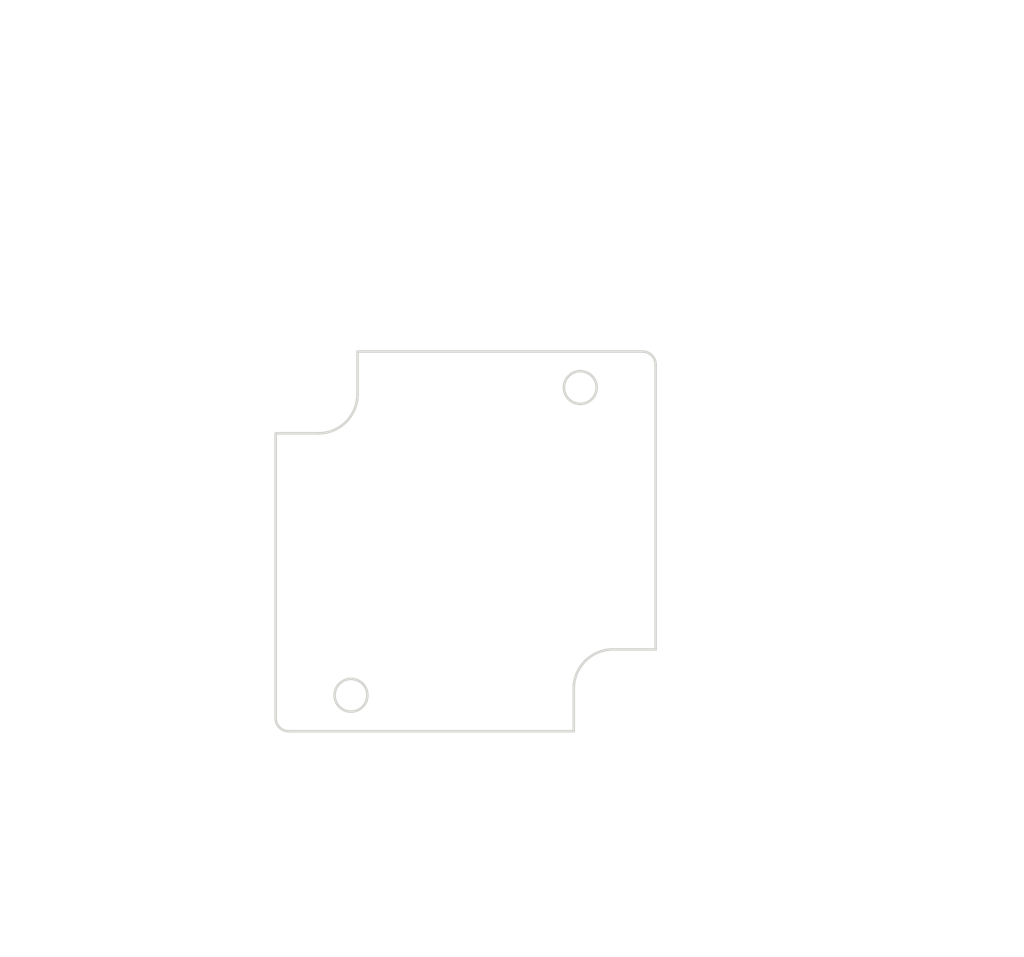
<source format=kicad_pcb>
(kicad_pcb (version 20171130) (host pcbnew "(5.1.0)-1")

  (general
    (thickness 1.6)
    (drawings 71)
    (tracks 0)
    (zones 0)
    (modules 0)
    (nets 1)
  )

  (page A4)
  (layers
    (0 F.Cu signal)
    (31 B.Cu signal)
    (32 B.Adhes user)
    (33 F.Adhes user)
    (34 B.Paste user)
    (35 F.Paste user)
    (36 B.SilkS user)
    (37 F.SilkS user)
    (38 B.Mask user)
    (39 F.Mask user)
    (40 Dwgs.User user)
    (41 Cmts.User user)
    (42 Eco1.User user)
    (43 Eco2.User user)
    (44 Edge.Cuts user)
    (45 Margin user)
    (46 B.CrtYd user)
    (47 F.CrtYd user)
    (48 B.Fab user)
    (49 F.Fab user)
  )

  (setup
    (last_trace_width 0.25)
    (trace_clearance 0.2)
    (zone_clearance 0.508)
    (zone_45_only no)
    (trace_min 0.2)
    (via_size 0.8)
    (via_drill 0.4)
    (via_min_size 0.4)
    (via_min_drill 0.3)
    (uvia_size 0.3)
    (uvia_drill 0.1)
    (uvias_allowed no)
    (uvia_min_size 0.2)
    (uvia_min_drill 0.1)
    (edge_width 0.05)
    (segment_width 0.2)
    (pcb_text_width 0.3)
    (pcb_text_size 1.5 1.5)
    (mod_edge_width 0.12)
    (mod_text_size 1 1)
    (mod_text_width 0.15)
    (pad_size 1.524 1.524)
    (pad_drill 0.762)
    (pad_to_mask_clearance 0.051)
    (solder_mask_min_width 0.25)
    (aux_axis_origin 0 0)
    (visible_elements FFFFFF7F)
    (pcbplotparams
      (layerselection 0x010fc_ffffffff)
      (usegerberextensions false)
      (usegerberattributes false)
      (usegerberadvancedattributes false)
      (creategerberjobfile false)
      (excludeedgelayer true)
      (linewidth 0.152400)
      (plotframeref false)
      (viasonmask false)
      (mode 1)
      (useauxorigin false)
      (hpglpennumber 1)
      (hpglpenspeed 20)
      (hpglpendiameter 15.000000)
      (psnegative false)
      (psa4output false)
      (plotreference true)
      (plotvalue true)
      (plotinvisibletext false)
      (padsonsilk false)
      (subtractmaskfromsilk false)
      (outputformat 1)
      (mirror false)
      (drillshape 1)
      (scaleselection 1)
      (outputdirectory ""))
  )

  (net 0 "")

  (net_class Default "This is the default net class."
    (clearance 0.2)
    (trace_width 0.25)
    (via_dia 0.8)
    (via_drill 0.4)
    (uvia_dia 0.3)
    (uvia_drill 0.1)
  )

  (gr_line (start 155.168012 103.184606) (end 133.418012 103.184606) (layer Edge.Cuts) (width 0.2))
  (gr_arc (start 133.418012 102.184606) (end 132.418012 102.184606) (angle -90) (layer Edge.Cuts) (width 0.2))
  (gr_line (start 132.418012 102.184606) (end 132.418012 80.434606) (layer Edge.Cuts) (width 0.2))
  (gr_line (start 132.418012 80.434606) (end 135.668012 80.434606) (layer Edge.Cuts) (width 0.2))
  (gr_arc (start 135.668012 77.434606) (end 135.668012 80.434606) (angle -90) (layer Edge.Cuts) (width 0.2))
  (gr_line (start 138.668012 77.434606) (end 138.668012 74.184606) (layer Edge.Cuts) (width 0.2))
  (gr_line (start 138.668012 74.184606) (end 160.418012 74.184606) (layer Edge.Cuts) (width 0.2))
  (gr_arc (start 160.418012 75.184606) (end 161.418012 75.184606) (angle -90) (layer Edge.Cuts) (width 0.2))
  (gr_line (start 161.418012 75.184606) (end 161.418012 96.934606) (layer Edge.Cuts) (width 0.2))
  (gr_line (start 161.418012 96.934606) (end 158.168012 96.934606) (layer Edge.Cuts) (width 0.2))
  (gr_arc (start 158.168012 99.934606) (end 158.168012 96.934606) (angle -90) (layer Edge.Cuts) (width 0.2))
  (gr_line (start 155.168012 99.934606) (end 155.168012 103.184606) (layer Edge.Cuts) (width 0.2))
  (gr_circle (center 155.668012 76.934606) (end 156.918012 76.934606) (layer Edge.Cuts) (width 0.2))
  (gr_circle (center 138.168012 100.434606) (end 139.418012 100.434606) (layer Edge.Cuts) (width 0.2))
  (gr_text [.90] (at 176.920546 87.449067) (layer Dwgs.User)
    (effects (font (size 1.7 1.53) (thickness 0.2125)))
  )
  (gr_text " 22.75" (at 176.920546 83.891632) (layer Dwgs.User)
    (effects (font (size 1.7 1.53) (thickness 0.2125)))
  )
  (gr_line (start 176.920546 94.934606) (end 176.920546 89.117041) (layer Dwgs.User) (width 0.2))
  (gr_line (start 176.920546 76.184606) (end 176.920546 82.002171) (layer Dwgs.User) (width 0.2))
  (gr_line (start 162.418012 96.934606) (end 180.095546 96.934606) (layer Dwgs.User) (width 0.2))
  (gr_line (start 161.418012 74.184606) (end 180.095546 74.184606) (layer Dwgs.User) (width 0.2))
  (gr_text [1.14] (at 185.514876 93.941128) (layer Dwgs.User)
    (effects (font (size 1.7 1.53) (thickness 0.2125)))
  )
  (gr_text " 29.00" (at 185.514876 90.383692) (layer Dwgs.User)
    (effects (font (size 1.7 1.53) (thickness 0.2125)))
  )
  (gr_line (start 185.514876 101.184606) (end 185.514876 95.609102) (layer Dwgs.User) (width 0.2))
  (gr_line (start 185.514876 76.184606) (end 185.514876 88.494231) (layer Dwgs.User) (width 0.2))
  (gr_line (start 156.168012 103.184606) (end 188.689876 103.184606) (layer Dwgs.User) (width 0.2))
  (gr_line (start 161.418012 74.184606) (end 188.689876 74.184606) (layer Dwgs.User) (width 0.2))
  (gr_text [R0.04] (at 121.650898 109.142934) (layer Dwgs.User)
    (effects (font (size 1.7 1.53) (thickness 0.2125)))
  )
  (gr_text " R1.00" (at 121.650898 105.585499) (layer Dwgs.User)
    (effects (font (size 1.7 1.53) (thickness 0.2125)))
  )
  (gr_line (start 128.121669 107.253473) (end 131.250659 104.258872) (layer Dwgs.User) (width 0.2))
  (gr_line (start 126.121669 107.253473) (end 128.121669 107.253473) (layer Dwgs.User) (width 0.2))
  (gr_text [R0.12] (at 147.787167 83.458769) (layer Dwgs.User)
    (effects (font (size 1.7 1.53) (thickness 0.2125)))
  )
  (gr_text " R3.00" (at 147.787167 79.900754) (layer Dwgs.User)
    (effects (font (size 1.7 1.53) (thickness 0.2125)))
  )
  (gr_line (start 141.316396 81.569308) (end 139.702572 80.387964) (layer Dwgs.User) (width 0.2))
  (gr_line (start 143.316396 81.569308) (end 141.316396 81.569308) (layer Dwgs.User) (width 0.2))
  (gr_text [.11] (at 166.725144 86.7964) (layer Dwgs.User)
    (effects (font (size 1.7 1.53) (thickness 0.2125)))
  )
  (gr_text " 2.75" (at 166.725144 83.238964) (layer Dwgs.User)
    (effects (font (size 1.7 1.53) (thickness 0.2125)))
  )
  (gr_line (start 172.118629 84.906939) (end 170.118629 84.906939) (layer Dwgs.User) (width 0.2))
  (gr_line (start 172.118629 78.934606) (end 172.118629 84.906939) (layer Dwgs.User) (width 0.2))
  (gr_line (start 172.118629 72.184606) (end 172.118629 70.184606) (layer Dwgs.User) (width 0.2))
  (gr_line (start 156.668012 76.934606) (end 175.293629 76.934606) (layer Dwgs.User) (width 0.2))
  (gr_line (start 161.418012 74.184606) (end 175.293629 74.184606) (layer Dwgs.User) (width 0.2))
  (gr_text [.23] (at 147.802577 71.462448) (layer Dwgs.User)
    (effects (font (size 1.7 1.53) (thickness 0.2125)))
  )
  (gr_text " 5.75" (at 147.802577 67.908491) (layer Dwgs.User)
    (effects (font (size 1.7 1.53) (thickness 0.2125)))
  )
  (gr_line (start 153.668012 69.572986) (end 151.196063 69.572986) (layer Dwgs.User) (width 0.2))
  (gr_line (start 163.418012 69.572986) (end 165.418012 69.572986) (layer Dwgs.User) (width 0.2))
  (gr_line (start 155.668012 75.934606) (end 155.668012 66.397986) (layer Dwgs.User) (width 0.2))
  (gr_line (start 161.418012 74.184606) (end 161.418012 66.397986) (layer Dwgs.User) (width 0.2))
  (gr_text [.69] (at 132.123401 119.050027) (layer Dwgs.User)
    (effects (font (size 1.7 1.53) (thickness 0.2125)))
  )
  (gr_text " 17.50" (at 132.123401 115.492592) (layer Dwgs.User)
    (effects (font (size 1.7 1.53) (thickness 0.2125)))
  )
  (gr_line (start 138.168012 117.160566) (end 136.168012 117.160566) (layer Dwgs.User) (width 0.2))
  (gr_line (start 153.668012 117.160566) (end 140.168012 117.160566) (layer Dwgs.User) (width 0.2))
  (gr_line (start 138.168012 101.434606) (end 138.168012 120.335566) (layer Dwgs.User) (width 0.2))
  (gr_line (start 155.668012 77.934606) (end 155.668012 120.335566) (layer Dwgs.User) (width 0.2))
  (gr_text [.93] (at 115.405471 90.574067) (layer Dwgs.User)
    (effects (font (size 1.7 1.53) (thickness 0.2125)))
  )
  (gr_text " 23.50" (at 115.405471 87.016052) (layer Dwgs.User)
    (effects (font (size 1.7 1.53) (thickness 0.2125)))
  )
  (gr_line (start 115.405471 98.434606) (end 115.405471 92.242621) (layer Dwgs.User) (width 0.2))
  (gr_line (start 115.405471 78.934606) (end 115.405471 85.126591) (layer Dwgs.User) (width 0.2))
  (gr_line (start 137.168012 100.434606) (end 112.230471 100.434606) (layer Dwgs.User) (width 0.2))
  (gr_line (start 154.668012 76.934606) (end 112.230471 76.934606) (layer Dwgs.User) (width 0.2))
  (gr_text [.90] (at 154.847547 60.074067) (layer Dwgs.User)
    (effects (font (size 1.7 1.53) (thickness 0.2125)))
  )
  (gr_text " 22.75" (at 154.847547 56.516632) (layer Dwgs.User)
    (effects (font (size 1.7 1.53) (thickness 0.2125)))
  )
  (gr_line (start 159.418012 58.184606) (end 158.901435 58.184606) (layer Dwgs.User) (width 0.2))
  (gr_line (start 140.668012 58.184606) (end 150.793659 58.184606) (layer Dwgs.User) (width 0.2))
  (gr_line (start 161.418012 74.184606) (end 161.418012 55.009606) (layer Dwgs.User) (width 0.2))
  (gr_line (start 138.668012 73.184606) (end 138.668012 55.009606) (layer Dwgs.User) (width 0.2))
  (gr_text [1.14] (at 146.484619 52.506433) (layer Dwgs.User)
    (effects (font (size 1.7 1.53) (thickness 0.2125)))
  )
  (gr_text " 29.00" (at 146.484619 48.948998) (layer Dwgs.User)
    (effects (font (size 1.7 1.53) (thickness 0.2125)))
  )
  (gr_line (start 134.418012 50.616972) (end 142.440008 50.616972) (layer Dwgs.User) (width 0.2))
  (gr_line (start 159.418012 50.616972) (end 150.529231 50.616972) (layer Dwgs.User) (width 0.2))
  (gr_line (start 132.418012 79.434606) (end 132.418012 47.441972) (layer Dwgs.User) (width 0.2))
  (gr_line (start 161.418012 74.184606) (end 161.418012 47.441972) (layer Dwgs.User) (width 0.2))

)

</source>
